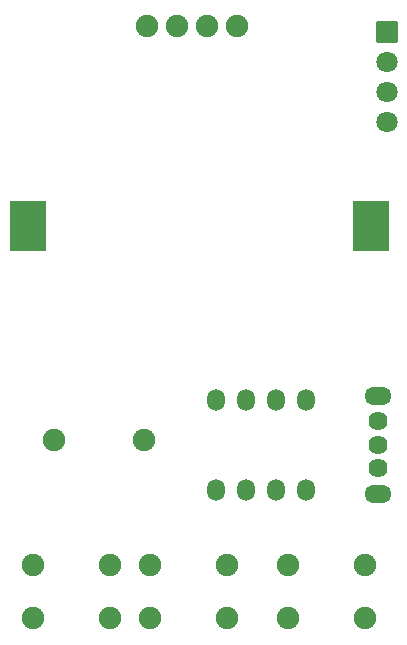
<source format=gbs>
G04 Layer: BottomSolderMaskLayer*
G04 EasyEDA Pro v2.2.38.8, 2025-05-22 15:01:17*
G04 Gerber Generator version 0.3*
G04 Scale: 100 percent, Rotated: No, Reflected: No*
G04 Dimensions in millimeters*
G04 Leading zeros omitted, absolute positions, 4 integers and 5 decimals*
%FSLAX45Y45*%
%MOMM*%
%AMRoundRect*1,1,$1,$2,$3*1,1,$1,$4,$5*1,1,$1,0-$2,0-$3*1,1,$1,0-$4,0-$5*20,1,$1,$2,$3,$4,$5,0*20,1,$1,$4,$5,0-$2,0-$3,0*20,1,$1,0-$2,0-$3,0-$4,0-$5,0*20,1,$1,0-$4,0-$5,$2,$3,0*4,1,4,$2,$3,$4,$5,0-$2,0-$3,0-$4,0-$5,$2,$3,0*%
%ADD10RoundRect,0.09838X1.50161X-2.10161X-1.50161X-2.10161*%
%ADD11C,1.9016*%
%ADD12RoundRect,0.09618X0.85271X0.85271X0.85271X-0.85271*%
%ADD13C,1.8016*%
%ADD14C,1.624*%
%ADD15O,2.3X1.5*%
%ADD16O,1.5016X1.85161*%
%ADD17C,1.90002*%
G75*


G04 Pad Start*
G54D10*
G01X3278797Y-2197100D03*
G01X378803Y-2197100D03*
G54D11*
G01X1357897Y-4013200D03*
G01X597903Y-4013200D03*
G54D12*
G01X3416300Y-558800D03*
G54D13*
G01X3416300Y-812800D03*
G01X3416300Y-1066800D03*
G01X3416300Y-1320800D03*
G54D14*
G01X3340100Y-4251300D03*
G01X3340100Y-4051300D03*
G01X3340100Y-3851300D03*
G54D15*
G01X3340100Y-3636289D03*
G01X3340100Y-4466311D03*
G54D11*
G01X1074293Y-5520893D03*
G01X424307Y-5520893D03*
G01X1074293Y-5070907D03*
G01X424307Y-5070907D03*
G01X3233293Y-5520893D03*
G01X2583307Y-5520893D03*
G01X3233293Y-5070907D03*
G01X2583307Y-5070907D03*
G01X2064893Y-5520893D03*
G01X1414907Y-5520893D03*
G01X2064893Y-5070907D03*
G01X1414907Y-5070907D03*
G54D16*
G01X1968500Y-4431309D03*
G01X1968500Y-3671291D03*
G01X2222500Y-4431309D03*
G01X2222500Y-3671291D03*
G01X2476500Y-4431309D03*
G01X2476500Y-3671291D03*
G01X2730500Y-4431309D03*
G01X2730500Y-3671291D03*
G54D17*
G01X1384300Y-508000D03*
G01X1638300Y-508000D03*
G01X1892300Y-508000D03*
G01X2146300Y-508000D03*
G04 Pad End*

M02*


</source>
